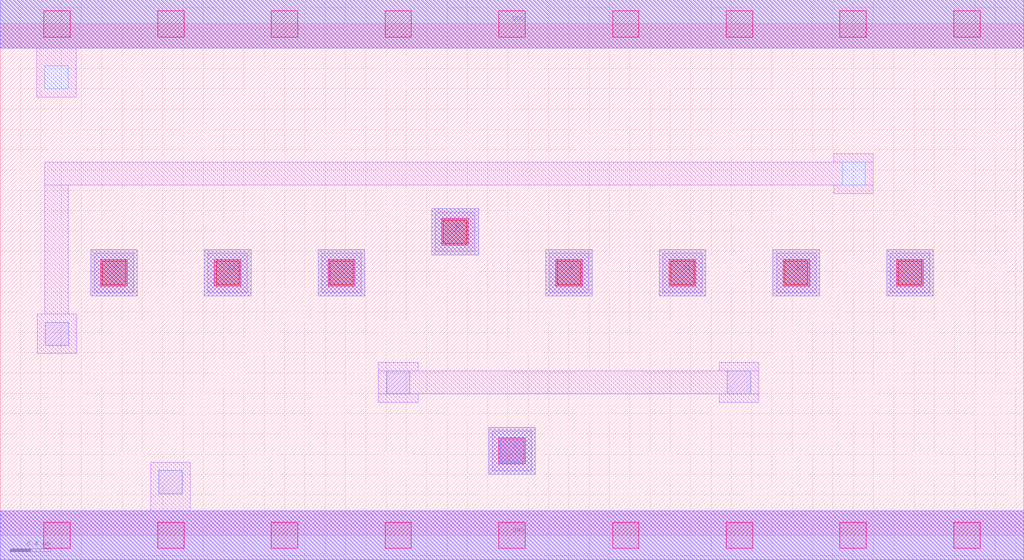
<source format=lef>
MACRO AAOAOI2221
 CLASS CORE ;
 FOREIGN AAOAOI2221 0 0 ;
 SIZE 10.08 BY 5.04 ;
 ORIGIN 0 0 ;
 SYMMETRY X Y R90 ;
 SITE unit ;
  PIN VDD
   DIRECTION INOUT ;
   USE POWER ;
   SHAPE ABUTMENT ;
    PORT
     CLASS CORE ;
       LAYER met1 ;
        RECT 0.00000000 4.80000000 10.08000000 5.28000000 ;
       LAYER met2 ;
        RECT 0.00000000 4.80000000 10.08000000 5.28000000 ;
    END
  END VDD

  PIN GND
   DIRECTION INOUT ;
   USE POWER ;
   SHAPE ABUTMENT ;
    PORT
     CLASS CORE ;
       LAYER met1 ;
        RECT 0.00000000 -0.24000000 10.08000000 0.24000000 ;
       LAYER met2 ;
        RECT 0.00000000 -0.24000000 10.08000000 0.24000000 ;
    END
  END GND

  PIN Y
   DIRECTION INOUT ;
   USE SIGNAL ;
   SHAPE ABUTMENT ;
    PORT
     CLASS CORE ;
       LAYER met2 ;
        RECT 4.81000000 0.60200000 5.27000000 1.06200000 ;
    END
  END Y

  PIN D
   DIRECTION INOUT ;
   USE SIGNAL ;
   SHAPE ABUTMENT ;
    PORT
     CLASS CORE ;
       LAYER met2 ;
        RECT 0.89000000 2.35700000 1.35000000 2.81700000 ;
    END
  END D

  PIN A
   DIRECTION INOUT ;
   USE SIGNAL ;
   SHAPE ABUTMENT ;
    PORT
     CLASS CORE ;
       LAYER met2 ;
        RECT 5.37000000 2.35700000 5.83000000 2.81700000 ;
    END
  END A

  PIN C
   DIRECTION INOUT ;
   USE SIGNAL ;
   SHAPE ABUTMENT ;
    PORT
     CLASS CORE ;
       LAYER met2 ;
        RECT 3.13000000 2.35700000 3.59000000 2.81700000 ;
    END
  END C

  PIN B1
   DIRECTION INOUT ;
   USE SIGNAL ;
   SHAPE ABUTMENT ;
    PORT
     CLASS CORE ;
       LAYER met2 ;
        RECT 7.61000000 2.35700000 8.07000000 2.81700000 ;
    END
  END B1

  PIN B
   DIRECTION INOUT ;
   USE SIGNAL ;
   SHAPE ABUTMENT ;
    PORT
     CLASS CORE ;
       LAYER met2 ;
        RECT 8.73000000 2.35700000 9.19000000 2.81700000 ;
       LAYER met2 ;
        RECT 4.25000000 2.76200000 4.71000000 3.22200000 ;
    END
  END B

  PIN C1
   DIRECTION INOUT ;
   USE SIGNAL ;
   SHAPE ABUTMENT ;
    PORT
     CLASS CORE ;
       LAYER met2 ;
        RECT 2.01000000 2.35700000 2.47000000 2.81700000 ;
    END
  END C1

  PIN A1
   DIRECTION INOUT ;
   USE SIGNAL ;
   SHAPE ABUTMENT ;
    PORT
     CLASS CORE ;
       LAYER met2 ;
        RECT 6.49000000 2.35700000 6.95000000 2.81700000 ;
    END
  END A1

 OBS
    LAYER polycont ;
     RECT 1.00500000 2.47200000 1.23500000 2.70200000 ;
     RECT 2.12500000 2.47200000 2.35500000 2.70200000 ;
     RECT 3.24500000 2.47200000 3.47500000 2.70200000 ;
     RECT 5.48500000 2.47200000 5.71500000 2.70200000 ;
     RECT 6.60500000 2.47200000 6.83500000 2.70200000 ;
     RECT 7.72500000 2.47200000 7.95500000 2.70200000 ;
     RECT 8.84500000 2.47200000 9.07500000 2.70200000 ;
     RECT 4.36500000 2.87700000 4.59500000 3.10700000 ;

    LAYER pdiffc ;
     RECT 8.29000000 3.45000000 8.52000000 3.68000000 ;
     RECT 0.44000000 4.40000000 0.67000000 4.63000000 ;

    LAYER ndiffc ;
     RECT 1.56000000 0.41000000 1.79000000 0.64000000 ;
     RECT 4.92500000 0.71700000 5.15500000 0.94700000 ;
     RECT 3.80500000 1.39200000 4.03500000 1.62200000 ;
     RECT 7.16000000 1.39200000 7.39000000 1.62200000 ;
     RECT 0.44500000 1.87000000 0.67500000 2.10000000 ;

    LAYER met1 ;
     RECT 0.00000000 -0.24000000 10.08000000 0.24000000 ;
     RECT 1.48000000 0.24000000 1.87000000 0.72000000 ;
     RECT 4.84500000 0.63700000 5.23500000 1.02700000 ;
     RECT 3.72500000 1.31200000 4.11500000 1.39200000 ;
     RECT 7.08000000 1.31200000 7.47000000 1.39200000 ;
     RECT 3.72500000 1.39200000 7.47000000 1.62200000 ;
     RECT 3.72500000 1.62200000 4.11500000 1.70200000 ;
     RECT 7.08000000 1.62200000 7.47000000 1.70200000 ;
     RECT 0.92500000 2.39200000 1.31500000 2.78200000 ;
     RECT 2.04500000 2.39200000 2.43500000 2.78200000 ;
     RECT 3.16500000 2.39200000 3.55500000 2.78200000 ;
     RECT 5.40500000 2.39200000 5.79500000 2.78200000 ;
     RECT 6.52500000 2.39200000 6.91500000 2.78200000 ;
     RECT 7.64500000 2.39200000 8.03500000 2.78200000 ;
     RECT 8.76500000 2.39200000 9.15500000 2.78200000 ;
     RECT 4.28500000 2.79700000 4.67500000 3.18700000 ;
     RECT 0.36500000 1.79000000 0.75500000 2.18000000 ;
     RECT 0.44000000 2.18000000 0.67000000 3.45000000 ;
     RECT 8.21000000 3.37000000 8.60000000 3.45000000 ;
     RECT 0.44000000 3.45000000 8.60000000 3.68000000 ;
     RECT 8.21000000 3.68000000 8.60000000 3.76000000 ;
     RECT 0.36000000 4.32000000 0.75000000 4.80000000 ;
     RECT 0.00000000 4.80000000 10.08000000 5.28000000 ;

    LAYER via1 ;
     RECT 0.43000000 -0.13000000 0.69000000 0.13000000 ;
     RECT 1.55000000 -0.13000000 1.81000000 0.13000000 ;
     RECT 2.67000000 -0.13000000 2.93000000 0.13000000 ;
     RECT 3.79000000 -0.13000000 4.05000000 0.13000000 ;
     RECT 4.91000000 -0.13000000 5.17000000 0.13000000 ;
     RECT 6.03000000 -0.13000000 6.29000000 0.13000000 ;
     RECT 7.15000000 -0.13000000 7.41000000 0.13000000 ;
     RECT 8.27000000 -0.13000000 8.53000000 0.13000000 ;
     RECT 9.39000000 -0.13000000 9.65000000 0.13000000 ;
     RECT 4.91000000 0.70200000 5.17000000 0.96200000 ;
     RECT 0.99000000 2.45700000 1.25000000 2.71700000 ;
     RECT 2.11000000 2.45700000 2.37000000 2.71700000 ;
     RECT 3.23000000 2.45700000 3.49000000 2.71700000 ;
     RECT 5.47000000 2.45700000 5.73000000 2.71700000 ;
     RECT 6.59000000 2.45700000 6.85000000 2.71700000 ;
     RECT 7.71000000 2.45700000 7.97000000 2.71700000 ;
     RECT 8.83000000 2.45700000 9.09000000 2.71700000 ;
     RECT 4.35000000 2.86200000 4.61000000 3.12200000 ;
     RECT 0.43000000 4.91000000 0.69000000 5.17000000 ;
     RECT 1.55000000 4.91000000 1.81000000 5.17000000 ;
     RECT 2.67000000 4.91000000 2.93000000 5.17000000 ;
     RECT 3.79000000 4.91000000 4.05000000 5.17000000 ;
     RECT 4.91000000 4.91000000 5.17000000 5.17000000 ;
     RECT 6.03000000 4.91000000 6.29000000 5.17000000 ;
     RECT 7.15000000 4.91000000 7.41000000 5.17000000 ;
     RECT 8.27000000 4.91000000 8.53000000 5.17000000 ;
     RECT 9.39000000 4.91000000 9.65000000 5.17000000 ;

    LAYER met2 ;
     RECT 0.00000000 -0.24000000 10.08000000 0.24000000 ;
     RECT 4.81000000 0.60200000 5.27000000 1.06200000 ;
     RECT 0.89000000 2.35700000 1.35000000 2.81700000 ;
     RECT 2.01000000 2.35700000 2.47000000 2.81700000 ;
     RECT 3.13000000 2.35700000 3.59000000 2.81700000 ;
     RECT 5.37000000 2.35700000 5.83000000 2.81700000 ;
     RECT 6.49000000 2.35700000 6.95000000 2.81700000 ;
     RECT 7.61000000 2.35700000 8.07000000 2.81700000 ;
     RECT 8.73000000 2.35700000 9.19000000 2.81700000 ;
     RECT 4.25000000 2.76200000 4.71000000 3.22200000 ;
     RECT 0.00000000 4.80000000 10.08000000 5.28000000 ;

 END
END AAOAOI2221

</source>
